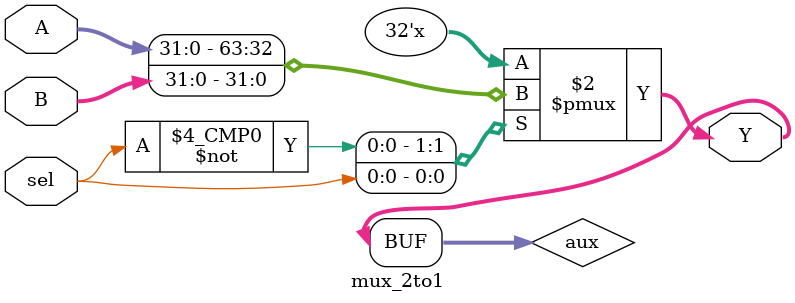
<source format=sv>
module mux_2to1 #(parameter N = 32) (output [N - 1 : 0] Y, input [N - 1 : 0] A, B, input sel);
	logic [N - 1 : 0] aux;
	
	always @(A or B or sel)
		case (sel)
			0 : aux = A;
			1 : aux = B;
		endcase
	assign Y = aux;
endmodule
	
</source>
